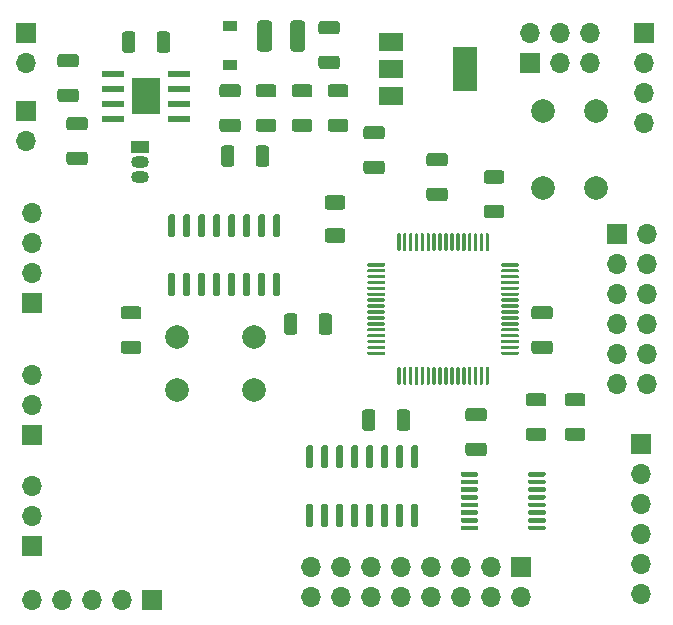
<source format=gbr>
%TF.GenerationSoftware,KiCad,Pcbnew,5.1.10-88a1d61d58~90~ubuntu21.04.1*%
%TF.CreationDate,2021-08-24T17:57:03+02:00*%
%TF.ProjectId,hendrik,68656e64-7269-46b2-9e6b-696361645f70,rev?*%
%TF.SameCoordinates,Original*%
%TF.FileFunction,Soldermask,Top*%
%TF.FilePolarity,Negative*%
%FSLAX46Y46*%
G04 Gerber Fmt 4.6, Leading zero omitted, Abs format (unit mm)*
G04 Created by KiCad (PCBNEW 5.1.10-88a1d61d58~90~ubuntu21.04.1) date 2021-08-24 17:57:03*
%MOMM*%
%LPD*%
G01*
G04 APERTURE LIST*
%ADD10O,1.700000X1.700000*%
%ADD11R,1.700000X1.700000*%
%ADD12C,2.000000*%
%ADD13R,1.500000X1.050000*%
%ADD14O,1.500000X1.050000*%
%ADD15R,2.000000X1.500000*%
%ADD16R,2.000000X3.800000*%
%ADD17R,1.205000X1.550000*%
%ADD18R,1.910000X0.610000*%
%ADD19R,1.200000X0.900000*%
G04 APERTURE END LIST*
%TO.C,C6*%
G36*
G01*
X155813999Y-91070000D02*
X157114001Y-91070000D01*
G75*
G02*
X157364000Y-91319999I0J-249999D01*
G01*
X157364000Y-91970001D01*
G75*
G02*
X157114001Y-92220000I-249999J0D01*
G01*
X155813999Y-92220000D01*
G75*
G02*
X155564000Y-91970001I0J249999D01*
G01*
X155564000Y-91319999D01*
G75*
G02*
X155813999Y-91070000I249999J0D01*
G01*
G37*
G36*
G01*
X155813999Y-88120000D02*
X157114001Y-88120000D01*
G75*
G02*
X157364000Y-88369999I0J-249999D01*
G01*
X157364000Y-89020001D01*
G75*
G02*
X157114001Y-89270000I-249999J0D01*
G01*
X155813999Y-89270000D01*
G75*
G02*
X155564000Y-89020001I0J249999D01*
G01*
X155564000Y-88369999D01*
G75*
G02*
X155813999Y-88120000I249999J0D01*
G01*
G37*
%TD*%
D10*
%TO.C,Jult1*%
X136906000Y-112776000D03*
X136906000Y-110236000D03*
X139446000Y-112776000D03*
X139446000Y-110236000D03*
X141986000Y-112776000D03*
X141986000Y-110236000D03*
X144526000Y-112776000D03*
X144526000Y-110236000D03*
X147066000Y-112776000D03*
X147066000Y-110236000D03*
X149606000Y-112776000D03*
X149606000Y-110236000D03*
X152146000Y-112776000D03*
X152146000Y-110236000D03*
X154686000Y-112776000D03*
D11*
X154686000Y-110236000D03*
%TD*%
D10*
%TO.C,Jpwm2*%
X113284000Y-103378000D03*
X113284000Y-105918000D03*
D11*
X113284000Y-108458000D03*
%TD*%
D10*
%TO.C,Jpwm1*%
X113284000Y-93980000D03*
X113284000Y-96520000D03*
D11*
X113284000Y-99060000D03*
%TD*%
%TO.C,C4*%
G36*
G01*
X146923999Y-78116000D02*
X148224001Y-78116000D01*
G75*
G02*
X148474000Y-78365999I0J-249999D01*
G01*
X148474000Y-79016001D01*
G75*
G02*
X148224001Y-79266000I-249999J0D01*
G01*
X146923999Y-79266000D01*
G75*
G02*
X146674000Y-79016001I0J249999D01*
G01*
X146674000Y-78365999D01*
G75*
G02*
X146923999Y-78116000I249999J0D01*
G01*
G37*
G36*
G01*
X146923999Y-75166000D02*
X148224001Y-75166000D01*
G75*
G02*
X148474000Y-75415999I0J-249999D01*
G01*
X148474000Y-76066001D01*
G75*
G02*
X148224001Y-76316000I-249999J0D01*
G01*
X146923999Y-76316000D01*
G75*
G02*
X146674000Y-76066001I0J249999D01*
G01*
X146674000Y-75415999D01*
G75*
G02*
X146923999Y-75166000I249999J0D01*
G01*
G37*
%TD*%
D12*
%TO.C,START*%
X161036000Y-78128000D03*
X156536000Y-78128000D03*
X161036000Y-71628000D03*
X156536000Y-71628000D03*
%TD*%
%TO.C,RESET*%
X125580000Y-95250000D03*
X125580000Y-90750000D03*
X132080000Y-95250000D03*
X132080000Y-90750000D03*
%TD*%
%TO.C,Ro2*%
G36*
G01*
X136769001Y-70474000D02*
X135518999Y-70474000D01*
G75*
G02*
X135269000Y-70224001I0J249999D01*
G01*
X135269000Y-69598999D01*
G75*
G02*
X135518999Y-69349000I249999J0D01*
G01*
X136769001Y-69349000D01*
G75*
G02*
X137019000Y-69598999I0J-249999D01*
G01*
X137019000Y-70224001D01*
G75*
G02*
X136769001Y-70474000I-249999J0D01*
G01*
G37*
G36*
G01*
X136769001Y-73399000D02*
X135518999Y-73399000D01*
G75*
G02*
X135269000Y-73149001I0J249999D01*
G01*
X135269000Y-72523999D01*
G75*
G02*
X135518999Y-72274000I249999J0D01*
G01*
X136769001Y-72274000D01*
G75*
G02*
X137019000Y-72523999I0J-249999D01*
G01*
X137019000Y-73149001D01*
G75*
G02*
X136769001Y-73399000I-249999J0D01*
G01*
G37*
%TD*%
%TO.C,Ro1*%
G36*
G01*
X138566999Y-72274000D02*
X139817001Y-72274000D01*
G75*
G02*
X140067000Y-72523999I0J-249999D01*
G01*
X140067000Y-73149001D01*
G75*
G02*
X139817001Y-73399000I-249999J0D01*
G01*
X138566999Y-73399000D01*
G75*
G02*
X138317000Y-73149001I0J249999D01*
G01*
X138317000Y-72523999D01*
G75*
G02*
X138566999Y-72274000I249999J0D01*
G01*
G37*
G36*
G01*
X138566999Y-69349000D02*
X139817001Y-69349000D01*
G75*
G02*
X140067000Y-69598999I0J-249999D01*
G01*
X140067000Y-70224001D01*
G75*
G02*
X139817001Y-70474000I-249999J0D01*
G01*
X138566999Y-70474000D01*
G75*
G02*
X138317000Y-70224001I0J249999D01*
G01*
X138317000Y-69598999D01*
G75*
G02*
X138566999Y-69349000I249999J0D01*
G01*
G37*
%TD*%
%TO.C,R5*%
G36*
G01*
X155330999Y-98436000D02*
X156581001Y-98436000D01*
G75*
G02*
X156831000Y-98685999I0J-249999D01*
G01*
X156831000Y-99311001D01*
G75*
G02*
X156581001Y-99561000I-249999J0D01*
G01*
X155330999Y-99561000D01*
G75*
G02*
X155081000Y-99311001I0J249999D01*
G01*
X155081000Y-98685999D01*
G75*
G02*
X155330999Y-98436000I249999J0D01*
G01*
G37*
G36*
G01*
X155330999Y-95511000D02*
X156581001Y-95511000D01*
G75*
G02*
X156831000Y-95760999I0J-249999D01*
G01*
X156831000Y-96386001D01*
G75*
G02*
X156581001Y-96636000I-249999J0D01*
G01*
X155330999Y-96636000D01*
G75*
G02*
X155081000Y-96386001I0J249999D01*
G01*
X155081000Y-95760999D01*
G75*
G02*
X155330999Y-95511000I249999J0D01*
G01*
G37*
%TD*%
%TO.C,R4*%
G36*
G01*
X158632999Y-98436000D02*
X159883001Y-98436000D01*
G75*
G02*
X160133000Y-98685999I0J-249999D01*
G01*
X160133000Y-99311001D01*
G75*
G02*
X159883001Y-99561000I-249999J0D01*
G01*
X158632999Y-99561000D01*
G75*
G02*
X158383000Y-99311001I0J249999D01*
G01*
X158383000Y-98685999D01*
G75*
G02*
X158632999Y-98436000I249999J0D01*
G01*
G37*
G36*
G01*
X158632999Y-95511000D02*
X159883001Y-95511000D01*
G75*
G02*
X160133000Y-95760999I0J-249999D01*
G01*
X160133000Y-96386001D01*
G75*
G02*
X159883001Y-96636000I-249999J0D01*
G01*
X158632999Y-96636000D01*
G75*
G02*
X158383000Y-96386001I0J249999D01*
G01*
X158383000Y-95760999D01*
G75*
G02*
X158632999Y-95511000I249999J0D01*
G01*
G37*
%TD*%
%TO.C,R3*%
G36*
G01*
X133721001Y-70474000D02*
X132470999Y-70474000D01*
G75*
G02*
X132221000Y-70224001I0J249999D01*
G01*
X132221000Y-69598999D01*
G75*
G02*
X132470999Y-69349000I249999J0D01*
G01*
X133721001Y-69349000D01*
G75*
G02*
X133971000Y-69598999I0J-249999D01*
G01*
X133971000Y-70224001D01*
G75*
G02*
X133721001Y-70474000I-249999J0D01*
G01*
G37*
G36*
G01*
X133721001Y-73399000D02*
X132470999Y-73399000D01*
G75*
G02*
X132221000Y-73149001I0J249999D01*
G01*
X132221000Y-72523999D01*
G75*
G02*
X132470999Y-72274000I249999J0D01*
G01*
X133721001Y-72274000D01*
G75*
G02*
X133971000Y-72523999I0J-249999D01*
G01*
X133971000Y-73149001D01*
G75*
G02*
X133721001Y-73399000I-249999J0D01*
G01*
G37*
%TD*%
%TO.C,R2*%
G36*
G01*
X151774999Y-79578500D02*
X153025001Y-79578500D01*
G75*
G02*
X153275000Y-79828499I0J-249999D01*
G01*
X153275000Y-80453501D01*
G75*
G02*
X153025001Y-80703500I-249999J0D01*
G01*
X151774999Y-80703500D01*
G75*
G02*
X151525000Y-80453501I0J249999D01*
G01*
X151525000Y-79828499D01*
G75*
G02*
X151774999Y-79578500I249999J0D01*
G01*
G37*
G36*
G01*
X151774999Y-76653500D02*
X153025001Y-76653500D01*
G75*
G02*
X153275000Y-76903499I0J-249999D01*
G01*
X153275000Y-77528501D01*
G75*
G02*
X153025001Y-77778500I-249999J0D01*
G01*
X151774999Y-77778500D01*
G75*
G02*
X151525000Y-77528501I0J249999D01*
G01*
X151525000Y-76903499D01*
G75*
G02*
X151774999Y-76653500I249999J0D01*
G01*
G37*
%TD*%
%TO.C,R1*%
G36*
G01*
X121040999Y-91070000D02*
X122291001Y-91070000D01*
G75*
G02*
X122541000Y-91319999I0J-249999D01*
G01*
X122541000Y-91945001D01*
G75*
G02*
X122291001Y-92195000I-249999J0D01*
G01*
X121040999Y-92195000D01*
G75*
G02*
X120791000Y-91945001I0J249999D01*
G01*
X120791000Y-91319999D01*
G75*
G02*
X121040999Y-91070000I249999J0D01*
G01*
G37*
G36*
G01*
X121040999Y-88145000D02*
X122291001Y-88145000D01*
G75*
G02*
X122541000Y-88394999I0J-249999D01*
G01*
X122541000Y-89020001D01*
G75*
G02*
X122291001Y-89270000I-249999J0D01*
G01*
X121040999Y-89270000D01*
G75*
G02*
X120791000Y-89020001I0J249999D01*
G01*
X120791000Y-88394999D01*
G75*
G02*
X121040999Y-88145000I249999J0D01*
G01*
G37*
%TD*%
D13*
%TO.C,Q1*%
X122428000Y-74676000D03*
D14*
X122428000Y-77216000D03*
X122428000Y-75946000D03*
%TD*%
%TO.C,Lo1*%
G36*
G01*
X135141000Y-66353000D02*
X135141000Y-64203000D01*
G75*
G02*
X135391000Y-63953000I250000J0D01*
G01*
X136141000Y-63953000D01*
G75*
G02*
X136391000Y-64203000I0J-250000D01*
G01*
X136391000Y-66353000D01*
G75*
G02*
X136141000Y-66603000I-250000J0D01*
G01*
X135391000Y-66603000D01*
G75*
G02*
X135141000Y-66353000I0J250000D01*
G01*
G37*
G36*
G01*
X132341000Y-66353000D02*
X132341000Y-64203000D01*
G75*
G02*
X132591000Y-63953000I250000J0D01*
G01*
X133341000Y-63953000D01*
G75*
G02*
X133591000Y-64203000I0J-250000D01*
G01*
X133591000Y-66353000D01*
G75*
G02*
X133341000Y-66603000I-250000J0D01*
G01*
X132591000Y-66603000D01*
G75*
G02*
X132341000Y-66353000I0J250000D01*
G01*
G37*
%TD*%
D10*
%TO.C,Jvac1*%
X112776000Y-74168000D03*
D11*
X112776000Y-71628000D03*
%TD*%
D10*
%TO.C,Juart1*%
X165100000Y-72644000D03*
X165100000Y-70104000D03*
X165100000Y-67564000D03*
D11*
X165100000Y-65024000D03*
%TD*%
D10*
%TO.C,Jpow1*%
X112776000Y-67564000D03*
D11*
X112776000Y-65024000D03*
%TD*%
D10*
%TO.C,Jodo1*%
X160528000Y-65024000D03*
X160528000Y-67564000D03*
X157988000Y-65024000D03*
X157988000Y-67564000D03*
X155448000Y-65024000D03*
D11*
X155448000Y-67564000D03*
%TD*%
D10*
%TO.C,Jir1*%
X165354000Y-94742000D03*
X162814000Y-94742000D03*
X165354000Y-92202000D03*
X162814000Y-92202000D03*
X165354000Y-89662000D03*
X162814000Y-89662000D03*
X165354000Y-87122000D03*
X162814000Y-87122000D03*
X165354000Y-84582000D03*
X162814000Y-84582000D03*
X165354000Y-82042000D03*
D11*
X162814000Y-82042000D03*
%TD*%
D10*
%TO.C,Ji2c1*%
X164846000Y-112522000D03*
X164846000Y-109982000D03*
X164846000Y-107442000D03*
X164846000Y-104902000D03*
X164846000Y-102362000D03*
D11*
X164846000Y-99822000D03*
%TD*%
D10*
%TO.C,Jdbg1*%
X113284000Y-113030000D03*
X115824000Y-113030000D03*
X118364000Y-113030000D03*
X120904000Y-113030000D03*
D11*
X123444000Y-113030000D03*
%TD*%
D10*
%TO.C,Jbat1*%
X113284000Y-80264000D03*
X113284000Y-82804000D03*
X113284000Y-85344000D03*
D11*
X113284000Y-87884000D03*
%TD*%
%TO.C,ICtrig1*%
G36*
G01*
X155287000Y-102473000D02*
X155287000Y-102273000D01*
G75*
G02*
X155387000Y-102173000I100000J0D01*
G01*
X156662000Y-102173000D01*
G75*
G02*
X156762000Y-102273000I0J-100000D01*
G01*
X156762000Y-102473000D01*
G75*
G02*
X156662000Y-102573000I-100000J0D01*
G01*
X155387000Y-102573000D01*
G75*
G02*
X155287000Y-102473000I0J100000D01*
G01*
G37*
G36*
G01*
X155287000Y-103123000D02*
X155287000Y-102923000D01*
G75*
G02*
X155387000Y-102823000I100000J0D01*
G01*
X156662000Y-102823000D01*
G75*
G02*
X156762000Y-102923000I0J-100000D01*
G01*
X156762000Y-103123000D01*
G75*
G02*
X156662000Y-103223000I-100000J0D01*
G01*
X155387000Y-103223000D01*
G75*
G02*
X155287000Y-103123000I0J100000D01*
G01*
G37*
G36*
G01*
X155287000Y-103773000D02*
X155287000Y-103573000D01*
G75*
G02*
X155387000Y-103473000I100000J0D01*
G01*
X156662000Y-103473000D01*
G75*
G02*
X156762000Y-103573000I0J-100000D01*
G01*
X156762000Y-103773000D01*
G75*
G02*
X156662000Y-103873000I-100000J0D01*
G01*
X155387000Y-103873000D01*
G75*
G02*
X155287000Y-103773000I0J100000D01*
G01*
G37*
G36*
G01*
X155287000Y-104423000D02*
X155287000Y-104223000D01*
G75*
G02*
X155387000Y-104123000I100000J0D01*
G01*
X156662000Y-104123000D01*
G75*
G02*
X156762000Y-104223000I0J-100000D01*
G01*
X156762000Y-104423000D01*
G75*
G02*
X156662000Y-104523000I-100000J0D01*
G01*
X155387000Y-104523000D01*
G75*
G02*
X155287000Y-104423000I0J100000D01*
G01*
G37*
G36*
G01*
X155287000Y-105073000D02*
X155287000Y-104873000D01*
G75*
G02*
X155387000Y-104773000I100000J0D01*
G01*
X156662000Y-104773000D01*
G75*
G02*
X156762000Y-104873000I0J-100000D01*
G01*
X156762000Y-105073000D01*
G75*
G02*
X156662000Y-105173000I-100000J0D01*
G01*
X155387000Y-105173000D01*
G75*
G02*
X155287000Y-105073000I0J100000D01*
G01*
G37*
G36*
G01*
X155287000Y-105723000D02*
X155287000Y-105523000D01*
G75*
G02*
X155387000Y-105423000I100000J0D01*
G01*
X156662000Y-105423000D01*
G75*
G02*
X156762000Y-105523000I0J-100000D01*
G01*
X156762000Y-105723000D01*
G75*
G02*
X156662000Y-105823000I-100000J0D01*
G01*
X155387000Y-105823000D01*
G75*
G02*
X155287000Y-105723000I0J100000D01*
G01*
G37*
G36*
G01*
X155287000Y-106373000D02*
X155287000Y-106173000D01*
G75*
G02*
X155387000Y-106073000I100000J0D01*
G01*
X156662000Y-106073000D01*
G75*
G02*
X156762000Y-106173000I0J-100000D01*
G01*
X156762000Y-106373000D01*
G75*
G02*
X156662000Y-106473000I-100000J0D01*
G01*
X155387000Y-106473000D01*
G75*
G02*
X155287000Y-106373000I0J100000D01*
G01*
G37*
G36*
G01*
X155287000Y-107023000D02*
X155287000Y-106823000D01*
G75*
G02*
X155387000Y-106723000I100000J0D01*
G01*
X156662000Y-106723000D01*
G75*
G02*
X156762000Y-106823000I0J-100000D01*
G01*
X156762000Y-107023000D01*
G75*
G02*
X156662000Y-107123000I-100000J0D01*
G01*
X155387000Y-107123000D01*
G75*
G02*
X155287000Y-107023000I0J100000D01*
G01*
G37*
G36*
G01*
X149562000Y-107023000D02*
X149562000Y-106823000D01*
G75*
G02*
X149662000Y-106723000I100000J0D01*
G01*
X150937000Y-106723000D01*
G75*
G02*
X151037000Y-106823000I0J-100000D01*
G01*
X151037000Y-107023000D01*
G75*
G02*
X150937000Y-107123000I-100000J0D01*
G01*
X149662000Y-107123000D01*
G75*
G02*
X149562000Y-107023000I0J100000D01*
G01*
G37*
G36*
G01*
X149562000Y-106373000D02*
X149562000Y-106173000D01*
G75*
G02*
X149662000Y-106073000I100000J0D01*
G01*
X150937000Y-106073000D01*
G75*
G02*
X151037000Y-106173000I0J-100000D01*
G01*
X151037000Y-106373000D01*
G75*
G02*
X150937000Y-106473000I-100000J0D01*
G01*
X149662000Y-106473000D01*
G75*
G02*
X149562000Y-106373000I0J100000D01*
G01*
G37*
G36*
G01*
X149562000Y-105723000D02*
X149562000Y-105523000D01*
G75*
G02*
X149662000Y-105423000I100000J0D01*
G01*
X150937000Y-105423000D01*
G75*
G02*
X151037000Y-105523000I0J-100000D01*
G01*
X151037000Y-105723000D01*
G75*
G02*
X150937000Y-105823000I-100000J0D01*
G01*
X149662000Y-105823000D01*
G75*
G02*
X149562000Y-105723000I0J100000D01*
G01*
G37*
G36*
G01*
X149562000Y-105073000D02*
X149562000Y-104873000D01*
G75*
G02*
X149662000Y-104773000I100000J0D01*
G01*
X150937000Y-104773000D01*
G75*
G02*
X151037000Y-104873000I0J-100000D01*
G01*
X151037000Y-105073000D01*
G75*
G02*
X150937000Y-105173000I-100000J0D01*
G01*
X149662000Y-105173000D01*
G75*
G02*
X149562000Y-105073000I0J100000D01*
G01*
G37*
G36*
G01*
X149562000Y-104423000D02*
X149562000Y-104223000D01*
G75*
G02*
X149662000Y-104123000I100000J0D01*
G01*
X150937000Y-104123000D01*
G75*
G02*
X151037000Y-104223000I0J-100000D01*
G01*
X151037000Y-104423000D01*
G75*
G02*
X150937000Y-104523000I-100000J0D01*
G01*
X149662000Y-104523000D01*
G75*
G02*
X149562000Y-104423000I0J100000D01*
G01*
G37*
G36*
G01*
X149562000Y-103773000D02*
X149562000Y-103573000D01*
G75*
G02*
X149662000Y-103473000I100000J0D01*
G01*
X150937000Y-103473000D01*
G75*
G02*
X151037000Y-103573000I0J-100000D01*
G01*
X151037000Y-103773000D01*
G75*
G02*
X150937000Y-103873000I-100000J0D01*
G01*
X149662000Y-103873000D01*
G75*
G02*
X149562000Y-103773000I0J100000D01*
G01*
G37*
G36*
G01*
X149562000Y-103123000D02*
X149562000Y-102923000D01*
G75*
G02*
X149662000Y-102823000I100000J0D01*
G01*
X150937000Y-102823000D01*
G75*
G02*
X151037000Y-102923000I0J-100000D01*
G01*
X151037000Y-103123000D01*
G75*
G02*
X150937000Y-103223000I-100000J0D01*
G01*
X149662000Y-103223000D01*
G75*
G02*
X149562000Y-103123000I0J100000D01*
G01*
G37*
G36*
G01*
X149562000Y-102473000D02*
X149562000Y-102273000D01*
G75*
G02*
X149662000Y-102173000I100000J0D01*
G01*
X150937000Y-102173000D01*
G75*
G02*
X151037000Y-102273000I0J-100000D01*
G01*
X151037000Y-102473000D01*
G75*
G02*
X150937000Y-102573000I-100000J0D01*
G01*
X149662000Y-102573000D01*
G75*
G02*
X149562000Y-102473000I0J100000D01*
G01*
G37*
%TD*%
%TO.C,ICecho1*%
G36*
G01*
X136929000Y-101878000D02*
X136629000Y-101878000D01*
G75*
G02*
X136479000Y-101728000I0J150000D01*
G01*
X136479000Y-100078000D01*
G75*
G02*
X136629000Y-99928000I150000J0D01*
G01*
X136929000Y-99928000D01*
G75*
G02*
X137079000Y-100078000I0J-150000D01*
G01*
X137079000Y-101728000D01*
G75*
G02*
X136929000Y-101878000I-150000J0D01*
G01*
G37*
G36*
G01*
X138199000Y-101878000D02*
X137899000Y-101878000D01*
G75*
G02*
X137749000Y-101728000I0J150000D01*
G01*
X137749000Y-100078000D01*
G75*
G02*
X137899000Y-99928000I150000J0D01*
G01*
X138199000Y-99928000D01*
G75*
G02*
X138349000Y-100078000I0J-150000D01*
G01*
X138349000Y-101728000D01*
G75*
G02*
X138199000Y-101878000I-150000J0D01*
G01*
G37*
G36*
G01*
X139469000Y-101878000D02*
X139169000Y-101878000D01*
G75*
G02*
X139019000Y-101728000I0J150000D01*
G01*
X139019000Y-100078000D01*
G75*
G02*
X139169000Y-99928000I150000J0D01*
G01*
X139469000Y-99928000D01*
G75*
G02*
X139619000Y-100078000I0J-150000D01*
G01*
X139619000Y-101728000D01*
G75*
G02*
X139469000Y-101878000I-150000J0D01*
G01*
G37*
G36*
G01*
X140739000Y-101878000D02*
X140439000Y-101878000D01*
G75*
G02*
X140289000Y-101728000I0J150000D01*
G01*
X140289000Y-100078000D01*
G75*
G02*
X140439000Y-99928000I150000J0D01*
G01*
X140739000Y-99928000D01*
G75*
G02*
X140889000Y-100078000I0J-150000D01*
G01*
X140889000Y-101728000D01*
G75*
G02*
X140739000Y-101878000I-150000J0D01*
G01*
G37*
G36*
G01*
X142009000Y-101878000D02*
X141709000Y-101878000D01*
G75*
G02*
X141559000Y-101728000I0J150000D01*
G01*
X141559000Y-100078000D01*
G75*
G02*
X141709000Y-99928000I150000J0D01*
G01*
X142009000Y-99928000D01*
G75*
G02*
X142159000Y-100078000I0J-150000D01*
G01*
X142159000Y-101728000D01*
G75*
G02*
X142009000Y-101878000I-150000J0D01*
G01*
G37*
G36*
G01*
X143279000Y-101878000D02*
X142979000Y-101878000D01*
G75*
G02*
X142829000Y-101728000I0J150000D01*
G01*
X142829000Y-100078000D01*
G75*
G02*
X142979000Y-99928000I150000J0D01*
G01*
X143279000Y-99928000D01*
G75*
G02*
X143429000Y-100078000I0J-150000D01*
G01*
X143429000Y-101728000D01*
G75*
G02*
X143279000Y-101878000I-150000J0D01*
G01*
G37*
G36*
G01*
X144549000Y-101878000D02*
X144249000Y-101878000D01*
G75*
G02*
X144099000Y-101728000I0J150000D01*
G01*
X144099000Y-100078000D01*
G75*
G02*
X144249000Y-99928000I150000J0D01*
G01*
X144549000Y-99928000D01*
G75*
G02*
X144699000Y-100078000I0J-150000D01*
G01*
X144699000Y-101728000D01*
G75*
G02*
X144549000Y-101878000I-150000J0D01*
G01*
G37*
G36*
G01*
X145819000Y-101878000D02*
X145519000Y-101878000D01*
G75*
G02*
X145369000Y-101728000I0J150000D01*
G01*
X145369000Y-100078000D01*
G75*
G02*
X145519000Y-99928000I150000J0D01*
G01*
X145819000Y-99928000D01*
G75*
G02*
X145969000Y-100078000I0J-150000D01*
G01*
X145969000Y-101728000D01*
G75*
G02*
X145819000Y-101878000I-150000J0D01*
G01*
G37*
G36*
G01*
X145819000Y-106828000D02*
X145519000Y-106828000D01*
G75*
G02*
X145369000Y-106678000I0J150000D01*
G01*
X145369000Y-105028000D01*
G75*
G02*
X145519000Y-104878000I150000J0D01*
G01*
X145819000Y-104878000D01*
G75*
G02*
X145969000Y-105028000I0J-150000D01*
G01*
X145969000Y-106678000D01*
G75*
G02*
X145819000Y-106828000I-150000J0D01*
G01*
G37*
G36*
G01*
X144549000Y-106828000D02*
X144249000Y-106828000D01*
G75*
G02*
X144099000Y-106678000I0J150000D01*
G01*
X144099000Y-105028000D01*
G75*
G02*
X144249000Y-104878000I150000J0D01*
G01*
X144549000Y-104878000D01*
G75*
G02*
X144699000Y-105028000I0J-150000D01*
G01*
X144699000Y-106678000D01*
G75*
G02*
X144549000Y-106828000I-150000J0D01*
G01*
G37*
G36*
G01*
X143279000Y-106828000D02*
X142979000Y-106828000D01*
G75*
G02*
X142829000Y-106678000I0J150000D01*
G01*
X142829000Y-105028000D01*
G75*
G02*
X142979000Y-104878000I150000J0D01*
G01*
X143279000Y-104878000D01*
G75*
G02*
X143429000Y-105028000I0J-150000D01*
G01*
X143429000Y-106678000D01*
G75*
G02*
X143279000Y-106828000I-150000J0D01*
G01*
G37*
G36*
G01*
X142009000Y-106828000D02*
X141709000Y-106828000D01*
G75*
G02*
X141559000Y-106678000I0J150000D01*
G01*
X141559000Y-105028000D01*
G75*
G02*
X141709000Y-104878000I150000J0D01*
G01*
X142009000Y-104878000D01*
G75*
G02*
X142159000Y-105028000I0J-150000D01*
G01*
X142159000Y-106678000D01*
G75*
G02*
X142009000Y-106828000I-150000J0D01*
G01*
G37*
G36*
G01*
X140739000Y-106828000D02*
X140439000Y-106828000D01*
G75*
G02*
X140289000Y-106678000I0J150000D01*
G01*
X140289000Y-105028000D01*
G75*
G02*
X140439000Y-104878000I150000J0D01*
G01*
X140739000Y-104878000D01*
G75*
G02*
X140889000Y-105028000I0J-150000D01*
G01*
X140889000Y-106678000D01*
G75*
G02*
X140739000Y-106828000I-150000J0D01*
G01*
G37*
G36*
G01*
X139469000Y-106828000D02*
X139169000Y-106828000D01*
G75*
G02*
X139019000Y-106678000I0J150000D01*
G01*
X139019000Y-105028000D01*
G75*
G02*
X139169000Y-104878000I150000J0D01*
G01*
X139469000Y-104878000D01*
G75*
G02*
X139619000Y-105028000I0J-150000D01*
G01*
X139619000Y-106678000D01*
G75*
G02*
X139469000Y-106828000I-150000J0D01*
G01*
G37*
G36*
G01*
X138199000Y-106828000D02*
X137899000Y-106828000D01*
G75*
G02*
X137749000Y-106678000I0J150000D01*
G01*
X137749000Y-105028000D01*
G75*
G02*
X137899000Y-104878000I150000J0D01*
G01*
X138199000Y-104878000D01*
G75*
G02*
X138349000Y-105028000I0J-150000D01*
G01*
X138349000Y-106678000D01*
G75*
G02*
X138199000Y-106828000I-150000J0D01*
G01*
G37*
G36*
G01*
X136929000Y-106828000D02*
X136629000Y-106828000D01*
G75*
G02*
X136479000Y-106678000I0J150000D01*
G01*
X136479000Y-105028000D01*
G75*
G02*
X136629000Y-104878000I150000J0D01*
G01*
X136929000Y-104878000D01*
G75*
G02*
X137079000Y-105028000I0J-150000D01*
G01*
X137079000Y-106678000D01*
G75*
G02*
X136929000Y-106828000I-150000J0D01*
G01*
G37*
%TD*%
%TO.C,ICbat1*%
G36*
G01*
X133835000Y-85320000D02*
X134135000Y-85320000D01*
G75*
G02*
X134285000Y-85470000I0J-150000D01*
G01*
X134285000Y-87120000D01*
G75*
G02*
X134135000Y-87270000I-150000J0D01*
G01*
X133835000Y-87270000D01*
G75*
G02*
X133685000Y-87120000I0J150000D01*
G01*
X133685000Y-85470000D01*
G75*
G02*
X133835000Y-85320000I150000J0D01*
G01*
G37*
G36*
G01*
X132565000Y-85320000D02*
X132865000Y-85320000D01*
G75*
G02*
X133015000Y-85470000I0J-150000D01*
G01*
X133015000Y-87120000D01*
G75*
G02*
X132865000Y-87270000I-150000J0D01*
G01*
X132565000Y-87270000D01*
G75*
G02*
X132415000Y-87120000I0J150000D01*
G01*
X132415000Y-85470000D01*
G75*
G02*
X132565000Y-85320000I150000J0D01*
G01*
G37*
G36*
G01*
X131295000Y-85320000D02*
X131595000Y-85320000D01*
G75*
G02*
X131745000Y-85470000I0J-150000D01*
G01*
X131745000Y-87120000D01*
G75*
G02*
X131595000Y-87270000I-150000J0D01*
G01*
X131295000Y-87270000D01*
G75*
G02*
X131145000Y-87120000I0J150000D01*
G01*
X131145000Y-85470000D01*
G75*
G02*
X131295000Y-85320000I150000J0D01*
G01*
G37*
G36*
G01*
X130025000Y-85320000D02*
X130325000Y-85320000D01*
G75*
G02*
X130475000Y-85470000I0J-150000D01*
G01*
X130475000Y-87120000D01*
G75*
G02*
X130325000Y-87270000I-150000J0D01*
G01*
X130025000Y-87270000D01*
G75*
G02*
X129875000Y-87120000I0J150000D01*
G01*
X129875000Y-85470000D01*
G75*
G02*
X130025000Y-85320000I150000J0D01*
G01*
G37*
G36*
G01*
X128755000Y-85320000D02*
X129055000Y-85320000D01*
G75*
G02*
X129205000Y-85470000I0J-150000D01*
G01*
X129205000Y-87120000D01*
G75*
G02*
X129055000Y-87270000I-150000J0D01*
G01*
X128755000Y-87270000D01*
G75*
G02*
X128605000Y-87120000I0J150000D01*
G01*
X128605000Y-85470000D01*
G75*
G02*
X128755000Y-85320000I150000J0D01*
G01*
G37*
G36*
G01*
X127485000Y-85320000D02*
X127785000Y-85320000D01*
G75*
G02*
X127935000Y-85470000I0J-150000D01*
G01*
X127935000Y-87120000D01*
G75*
G02*
X127785000Y-87270000I-150000J0D01*
G01*
X127485000Y-87270000D01*
G75*
G02*
X127335000Y-87120000I0J150000D01*
G01*
X127335000Y-85470000D01*
G75*
G02*
X127485000Y-85320000I150000J0D01*
G01*
G37*
G36*
G01*
X126215000Y-85320000D02*
X126515000Y-85320000D01*
G75*
G02*
X126665000Y-85470000I0J-150000D01*
G01*
X126665000Y-87120000D01*
G75*
G02*
X126515000Y-87270000I-150000J0D01*
G01*
X126215000Y-87270000D01*
G75*
G02*
X126065000Y-87120000I0J150000D01*
G01*
X126065000Y-85470000D01*
G75*
G02*
X126215000Y-85320000I150000J0D01*
G01*
G37*
G36*
G01*
X124945000Y-85320000D02*
X125245000Y-85320000D01*
G75*
G02*
X125395000Y-85470000I0J-150000D01*
G01*
X125395000Y-87120000D01*
G75*
G02*
X125245000Y-87270000I-150000J0D01*
G01*
X124945000Y-87270000D01*
G75*
G02*
X124795000Y-87120000I0J150000D01*
G01*
X124795000Y-85470000D01*
G75*
G02*
X124945000Y-85320000I150000J0D01*
G01*
G37*
G36*
G01*
X124945000Y-80370000D02*
X125245000Y-80370000D01*
G75*
G02*
X125395000Y-80520000I0J-150000D01*
G01*
X125395000Y-82170000D01*
G75*
G02*
X125245000Y-82320000I-150000J0D01*
G01*
X124945000Y-82320000D01*
G75*
G02*
X124795000Y-82170000I0J150000D01*
G01*
X124795000Y-80520000D01*
G75*
G02*
X124945000Y-80370000I150000J0D01*
G01*
G37*
G36*
G01*
X126215000Y-80370000D02*
X126515000Y-80370000D01*
G75*
G02*
X126665000Y-80520000I0J-150000D01*
G01*
X126665000Y-82170000D01*
G75*
G02*
X126515000Y-82320000I-150000J0D01*
G01*
X126215000Y-82320000D01*
G75*
G02*
X126065000Y-82170000I0J150000D01*
G01*
X126065000Y-80520000D01*
G75*
G02*
X126215000Y-80370000I150000J0D01*
G01*
G37*
G36*
G01*
X127485000Y-80370000D02*
X127785000Y-80370000D01*
G75*
G02*
X127935000Y-80520000I0J-150000D01*
G01*
X127935000Y-82170000D01*
G75*
G02*
X127785000Y-82320000I-150000J0D01*
G01*
X127485000Y-82320000D01*
G75*
G02*
X127335000Y-82170000I0J150000D01*
G01*
X127335000Y-80520000D01*
G75*
G02*
X127485000Y-80370000I150000J0D01*
G01*
G37*
G36*
G01*
X128755000Y-80370000D02*
X129055000Y-80370000D01*
G75*
G02*
X129205000Y-80520000I0J-150000D01*
G01*
X129205000Y-82170000D01*
G75*
G02*
X129055000Y-82320000I-150000J0D01*
G01*
X128755000Y-82320000D01*
G75*
G02*
X128605000Y-82170000I0J150000D01*
G01*
X128605000Y-80520000D01*
G75*
G02*
X128755000Y-80370000I150000J0D01*
G01*
G37*
G36*
G01*
X130025000Y-80370000D02*
X130325000Y-80370000D01*
G75*
G02*
X130475000Y-80520000I0J-150000D01*
G01*
X130475000Y-82170000D01*
G75*
G02*
X130325000Y-82320000I-150000J0D01*
G01*
X130025000Y-82320000D01*
G75*
G02*
X129875000Y-82170000I0J150000D01*
G01*
X129875000Y-80520000D01*
G75*
G02*
X130025000Y-80370000I150000J0D01*
G01*
G37*
G36*
G01*
X131295000Y-80370000D02*
X131595000Y-80370000D01*
G75*
G02*
X131745000Y-80520000I0J-150000D01*
G01*
X131745000Y-82170000D01*
G75*
G02*
X131595000Y-82320000I-150000J0D01*
G01*
X131295000Y-82320000D01*
G75*
G02*
X131145000Y-82170000I0J150000D01*
G01*
X131145000Y-80520000D01*
G75*
G02*
X131295000Y-80370000I150000J0D01*
G01*
G37*
G36*
G01*
X132565000Y-80370000D02*
X132865000Y-80370000D01*
G75*
G02*
X133015000Y-80520000I0J-150000D01*
G01*
X133015000Y-82170000D01*
G75*
G02*
X132865000Y-82320000I-150000J0D01*
G01*
X132565000Y-82320000D01*
G75*
G02*
X132415000Y-82170000I0J150000D01*
G01*
X132415000Y-80520000D01*
G75*
G02*
X132565000Y-80370000I150000J0D01*
G01*
G37*
G36*
G01*
X133835000Y-80370000D02*
X134135000Y-80370000D01*
G75*
G02*
X134285000Y-80520000I0J-150000D01*
G01*
X134285000Y-82170000D01*
G75*
G02*
X134135000Y-82320000I-150000J0D01*
G01*
X133835000Y-82320000D01*
G75*
G02*
X133685000Y-82170000I0J150000D01*
G01*
X133685000Y-80520000D01*
G75*
G02*
X133835000Y-80370000I150000J0D01*
G01*
G37*
%TD*%
D15*
%TO.C,IC3*%
X143662000Y-65772000D03*
X143662000Y-70372000D03*
X143662000Y-68072000D03*
D16*
X149962000Y-68072000D03*
%TD*%
D17*
%TO.C,IC2*%
X122333500Y-69583000D03*
X122333500Y-71133000D03*
X123538500Y-69583000D03*
X123538500Y-71133000D03*
D18*
X125716000Y-68453000D03*
X125716000Y-69723000D03*
X125716000Y-70993000D03*
X125716000Y-72263000D03*
X120156000Y-72263000D03*
X120156000Y-70993000D03*
X120156000Y-69723000D03*
X120156000Y-68453000D03*
%TD*%
%TO.C,IC1*%
G36*
G01*
X144182000Y-83392000D02*
X144182000Y-82067000D01*
G75*
G02*
X144257000Y-81992000I75000J0D01*
G01*
X144407000Y-81992000D01*
G75*
G02*
X144482000Y-82067000I0J-75000D01*
G01*
X144482000Y-83392000D01*
G75*
G02*
X144407000Y-83467000I-75000J0D01*
G01*
X144257000Y-83467000D01*
G75*
G02*
X144182000Y-83392000I0J75000D01*
G01*
G37*
G36*
G01*
X144682000Y-83392000D02*
X144682000Y-82067000D01*
G75*
G02*
X144757000Y-81992000I75000J0D01*
G01*
X144907000Y-81992000D01*
G75*
G02*
X144982000Y-82067000I0J-75000D01*
G01*
X144982000Y-83392000D01*
G75*
G02*
X144907000Y-83467000I-75000J0D01*
G01*
X144757000Y-83467000D01*
G75*
G02*
X144682000Y-83392000I0J75000D01*
G01*
G37*
G36*
G01*
X145182000Y-83392000D02*
X145182000Y-82067000D01*
G75*
G02*
X145257000Y-81992000I75000J0D01*
G01*
X145407000Y-81992000D01*
G75*
G02*
X145482000Y-82067000I0J-75000D01*
G01*
X145482000Y-83392000D01*
G75*
G02*
X145407000Y-83467000I-75000J0D01*
G01*
X145257000Y-83467000D01*
G75*
G02*
X145182000Y-83392000I0J75000D01*
G01*
G37*
G36*
G01*
X145682000Y-83392000D02*
X145682000Y-82067000D01*
G75*
G02*
X145757000Y-81992000I75000J0D01*
G01*
X145907000Y-81992000D01*
G75*
G02*
X145982000Y-82067000I0J-75000D01*
G01*
X145982000Y-83392000D01*
G75*
G02*
X145907000Y-83467000I-75000J0D01*
G01*
X145757000Y-83467000D01*
G75*
G02*
X145682000Y-83392000I0J75000D01*
G01*
G37*
G36*
G01*
X146182000Y-83392000D02*
X146182000Y-82067000D01*
G75*
G02*
X146257000Y-81992000I75000J0D01*
G01*
X146407000Y-81992000D01*
G75*
G02*
X146482000Y-82067000I0J-75000D01*
G01*
X146482000Y-83392000D01*
G75*
G02*
X146407000Y-83467000I-75000J0D01*
G01*
X146257000Y-83467000D01*
G75*
G02*
X146182000Y-83392000I0J75000D01*
G01*
G37*
G36*
G01*
X146682000Y-83392000D02*
X146682000Y-82067000D01*
G75*
G02*
X146757000Y-81992000I75000J0D01*
G01*
X146907000Y-81992000D01*
G75*
G02*
X146982000Y-82067000I0J-75000D01*
G01*
X146982000Y-83392000D01*
G75*
G02*
X146907000Y-83467000I-75000J0D01*
G01*
X146757000Y-83467000D01*
G75*
G02*
X146682000Y-83392000I0J75000D01*
G01*
G37*
G36*
G01*
X147182000Y-83392000D02*
X147182000Y-82067000D01*
G75*
G02*
X147257000Y-81992000I75000J0D01*
G01*
X147407000Y-81992000D01*
G75*
G02*
X147482000Y-82067000I0J-75000D01*
G01*
X147482000Y-83392000D01*
G75*
G02*
X147407000Y-83467000I-75000J0D01*
G01*
X147257000Y-83467000D01*
G75*
G02*
X147182000Y-83392000I0J75000D01*
G01*
G37*
G36*
G01*
X147682000Y-83392000D02*
X147682000Y-82067000D01*
G75*
G02*
X147757000Y-81992000I75000J0D01*
G01*
X147907000Y-81992000D01*
G75*
G02*
X147982000Y-82067000I0J-75000D01*
G01*
X147982000Y-83392000D01*
G75*
G02*
X147907000Y-83467000I-75000J0D01*
G01*
X147757000Y-83467000D01*
G75*
G02*
X147682000Y-83392000I0J75000D01*
G01*
G37*
G36*
G01*
X148182000Y-83392000D02*
X148182000Y-82067000D01*
G75*
G02*
X148257000Y-81992000I75000J0D01*
G01*
X148407000Y-81992000D01*
G75*
G02*
X148482000Y-82067000I0J-75000D01*
G01*
X148482000Y-83392000D01*
G75*
G02*
X148407000Y-83467000I-75000J0D01*
G01*
X148257000Y-83467000D01*
G75*
G02*
X148182000Y-83392000I0J75000D01*
G01*
G37*
G36*
G01*
X148682000Y-83392000D02*
X148682000Y-82067000D01*
G75*
G02*
X148757000Y-81992000I75000J0D01*
G01*
X148907000Y-81992000D01*
G75*
G02*
X148982000Y-82067000I0J-75000D01*
G01*
X148982000Y-83392000D01*
G75*
G02*
X148907000Y-83467000I-75000J0D01*
G01*
X148757000Y-83467000D01*
G75*
G02*
X148682000Y-83392000I0J75000D01*
G01*
G37*
G36*
G01*
X149182000Y-83392000D02*
X149182000Y-82067000D01*
G75*
G02*
X149257000Y-81992000I75000J0D01*
G01*
X149407000Y-81992000D01*
G75*
G02*
X149482000Y-82067000I0J-75000D01*
G01*
X149482000Y-83392000D01*
G75*
G02*
X149407000Y-83467000I-75000J0D01*
G01*
X149257000Y-83467000D01*
G75*
G02*
X149182000Y-83392000I0J75000D01*
G01*
G37*
G36*
G01*
X149682000Y-83392000D02*
X149682000Y-82067000D01*
G75*
G02*
X149757000Y-81992000I75000J0D01*
G01*
X149907000Y-81992000D01*
G75*
G02*
X149982000Y-82067000I0J-75000D01*
G01*
X149982000Y-83392000D01*
G75*
G02*
X149907000Y-83467000I-75000J0D01*
G01*
X149757000Y-83467000D01*
G75*
G02*
X149682000Y-83392000I0J75000D01*
G01*
G37*
G36*
G01*
X150182000Y-83392000D02*
X150182000Y-82067000D01*
G75*
G02*
X150257000Y-81992000I75000J0D01*
G01*
X150407000Y-81992000D01*
G75*
G02*
X150482000Y-82067000I0J-75000D01*
G01*
X150482000Y-83392000D01*
G75*
G02*
X150407000Y-83467000I-75000J0D01*
G01*
X150257000Y-83467000D01*
G75*
G02*
X150182000Y-83392000I0J75000D01*
G01*
G37*
G36*
G01*
X150682000Y-83392000D02*
X150682000Y-82067000D01*
G75*
G02*
X150757000Y-81992000I75000J0D01*
G01*
X150907000Y-81992000D01*
G75*
G02*
X150982000Y-82067000I0J-75000D01*
G01*
X150982000Y-83392000D01*
G75*
G02*
X150907000Y-83467000I-75000J0D01*
G01*
X150757000Y-83467000D01*
G75*
G02*
X150682000Y-83392000I0J75000D01*
G01*
G37*
G36*
G01*
X151182000Y-83392000D02*
X151182000Y-82067000D01*
G75*
G02*
X151257000Y-81992000I75000J0D01*
G01*
X151407000Y-81992000D01*
G75*
G02*
X151482000Y-82067000I0J-75000D01*
G01*
X151482000Y-83392000D01*
G75*
G02*
X151407000Y-83467000I-75000J0D01*
G01*
X151257000Y-83467000D01*
G75*
G02*
X151182000Y-83392000I0J75000D01*
G01*
G37*
G36*
G01*
X151682000Y-83392000D02*
X151682000Y-82067000D01*
G75*
G02*
X151757000Y-81992000I75000J0D01*
G01*
X151907000Y-81992000D01*
G75*
G02*
X151982000Y-82067000I0J-75000D01*
G01*
X151982000Y-83392000D01*
G75*
G02*
X151907000Y-83467000I-75000J0D01*
G01*
X151757000Y-83467000D01*
G75*
G02*
X151682000Y-83392000I0J75000D01*
G01*
G37*
G36*
G01*
X153007000Y-84717000D02*
X153007000Y-84567000D01*
G75*
G02*
X153082000Y-84492000I75000J0D01*
G01*
X154407000Y-84492000D01*
G75*
G02*
X154482000Y-84567000I0J-75000D01*
G01*
X154482000Y-84717000D01*
G75*
G02*
X154407000Y-84792000I-75000J0D01*
G01*
X153082000Y-84792000D01*
G75*
G02*
X153007000Y-84717000I0J75000D01*
G01*
G37*
G36*
G01*
X153007000Y-85217000D02*
X153007000Y-85067000D01*
G75*
G02*
X153082000Y-84992000I75000J0D01*
G01*
X154407000Y-84992000D01*
G75*
G02*
X154482000Y-85067000I0J-75000D01*
G01*
X154482000Y-85217000D01*
G75*
G02*
X154407000Y-85292000I-75000J0D01*
G01*
X153082000Y-85292000D01*
G75*
G02*
X153007000Y-85217000I0J75000D01*
G01*
G37*
G36*
G01*
X153007000Y-85717000D02*
X153007000Y-85567000D01*
G75*
G02*
X153082000Y-85492000I75000J0D01*
G01*
X154407000Y-85492000D01*
G75*
G02*
X154482000Y-85567000I0J-75000D01*
G01*
X154482000Y-85717000D01*
G75*
G02*
X154407000Y-85792000I-75000J0D01*
G01*
X153082000Y-85792000D01*
G75*
G02*
X153007000Y-85717000I0J75000D01*
G01*
G37*
G36*
G01*
X153007000Y-86217000D02*
X153007000Y-86067000D01*
G75*
G02*
X153082000Y-85992000I75000J0D01*
G01*
X154407000Y-85992000D01*
G75*
G02*
X154482000Y-86067000I0J-75000D01*
G01*
X154482000Y-86217000D01*
G75*
G02*
X154407000Y-86292000I-75000J0D01*
G01*
X153082000Y-86292000D01*
G75*
G02*
X153007000Y-86217000I0J75000D01*
G01*
G37*
G36*
G01*
X153007000Y-86717000D02*
X153007000Y-86567000D01*
G75*
G02*
X153082000Y-86492000I75000J0D01*
G01*
X154407000Y-86492000D01*
G75*
G02*
X154482000Y-86567000I0J-75000D01*
G01*
X154482000Y-86717000D01*
G75*
G02*
X154407000Y-86792000I-75000J0D01*
G01*
X153082000Y-86792000D01*
G75*
G02*
X153007000Y-86717000I0J75000D01*
G01*
G37*
G36*
G01*
X153007000Y-87217000D02*
X153007000Y-87067000D01*
G75*
G02*
X153082000Y-86992000I75000J0D01*
G01*
X154407000Y-86992000D01*
G75*
G02*
X154482000Y-87067000I0J-75000D01*
G01*
X154482000Y-87217000D01*
G75*
G02*
X154407000Y-87292000I-75000J0D01*
G01*
X153082000Y-87292000D01*
G75*
G02*
X153007000Y-87217000I0J75000D01*
G01*
G37*
G36*
G01*
X153007000Y-87717000D02*
X153007000Y-87567000D01*
G75*
G02*
X153082000Y-87492000I75000J0D01*
G01*
X154407000Y-87492000D01*
G75*
G02*
X154482000Y-87567000I0J-75000D01*
G01*
X154482000Y-87717000D01*
G75*
G02*
X154407000Y-87792000I-75000J0D01*
G01*
X153082000Y-87792000D01*
G75*
G02*
X153007000Y-87717000I0J75000D01*
G01*
G37*
G36*
G01*
X153007000Y-88217000D02*
X153007000Y-88067000D01*
G75*
G02*
X153082000Y-87992000I75000J0D01*
G01*
X154407000Y-87992000D01*
G75*
G02*
X154482000Y-88067000I0J-75000D01*
G01*
X154482000Y-88217000D01*
G75*
G02*
X154407000Y-88292000I-75000J0D01*
G01*
X153082000Y-88292000D01*
G75*
G02*
X153007000Y-88217000I0J75000D01*
G01*
G37*
G36*
G01*
X153007000Y-88717000D02*
X153007000Y-88567000D01*
G75*
G02*
X153082000Y-88492000I75000J0D01*
G01*
X154407000Y-88492000D01*
G75*
G02*
X154482000Y-88567000I0J-75000D01*
G01*
X154482000Y-88717000D01*
G75*
G02*
X154407000Y-88792000I-75000J0D01*
G01*
X153082000Y-88792000D01*
G75*
G02*
X153007000Y-88717000I0J75000D01*
G01*
G37*
G36*
G01*
X153007000Y-89217000D02*
X153007000Y-89067000D01*
G75*
G02*
X153082000Y-88992000I75000J0D01*
G01*
X154407000Y-88992000D01*
G75*
G02*
X154482000Y-89067000I0J-75000D01*
G01*
X154482000Y-89217000D01*
G75*
G02*
X154407000Y-89292000I-75000J0D01*
G01*
X153082000Y-89292000D01*
G75*
G02*
X153007000Y-89217000I0J75000D01*
G01*
G37*
G36*
G01*
X153007000Y-89717000D02*
X153007000Y-89567000D01*
G75*
G02*
X153082000Y-89492000I75000J0D01*
G01*
X154407000Y-89492000D01*
G75*
G02*
X154482000Y-89567000I0J-75000D01*
G01*
X154482000Y-89717000D01*
G75*
G02*
X154407000Y-89792000I-75000J0D01*
G01*
X153082000Y-89792000D01*
G75*
G02*
X153007000Y-89717000I0J75000D01*
G01*
G37*
G36*
G01*
X153007000Y-90217000D02*
X153007000Y-90067000D01*
G75*
G02*
X153082000Y-89992000I75000J0D01*
G01*
X154407000Y-89992000D01*
G75*
G02*
X154482000Y-90067000I0J-75000D01*
G01*
X154482000Y-90217000D01*
G75*
G02*
X154407000Y-90292000I-75000J0D01*
G01*
X153082000Y-90292000D01*
G75*
G02*
X153007000Y-90217000I0J75000D01*
G01*
G37*
G36*
G01*
X153007000Y-90717000D02*
X153007000Y-90567000D01*
G75*
G02*
X153082000Y-90492000I75000J0D01*
G01*
X154407000Y-90492000D01*
G75*
G02*
X154482000Y-90567000I0J-75000D01*
G01*
X154482000Y-90717000D01*
G75*
G02*
X154407000Y-90792000I-75000J0D01*
G01*
X153082000Y-90792000D01*
G75*
G02*
X153007000Y-90717000I0J75000D01*
G01*
G37*
G36*
G01*
X153007000Y-91217000D02*
X153007000Y-91067000D01*
G75*
G02*
X153082000Y-90992000I75000J0D01*
G01*
X154407000Y-90992000D01*
G75*
G02*
X154482000Y-91067000I0J-75000D01*
G01*
X154482000Y-91217000D01*
G75*
G02*
X154407000Y-91292000I-75000J0D01*
G01*
X153082000Y-91292000D01*
G75*
G02*
X153007000Y-91217000I0J75000D01*
G01*
G37*
G36*
G01*
X153007000Y-91717000D02*
X153007000Y-91567000D01*
G75*
G02*
X153082000Y-91492000I75000J0D01*
G01*
X154407000Y-91492000D01*
G75*
G02*
X154482000Y-91567000I0J-75000D01*
G01*
X154482000Y-91717000D01*
G75*
G02*
X154407000Y-91792000I-75000J0D01*
G01*
X153082000Y-91792000D01*
G75*
G02*
X153007000Y-91717000I0J75000D01*
G01*
G37*
G36*
G01*
X153007000Y-92217000D02*
X153007000Y-92067000D01*
G75*
G02*
X153082000Y-91992000I75000J0D01*
G01*
X154407000Y-91992000D01*
G75*
G02*
X154482000Y-92067000I0J-75000D01*
G01*
X154482000Y-92217000D01*
G75*
G02*
X154407000Y-92292000I-75000J0D01*
G01*
X153082000Y-92292000D01*
G75*
G02*
X153007000Y-92217000I0J75000D01*
G01*
G37*
G36*
G01*
X151682000Y-94717000D02*
X151682000Y-93392000D01*
G75*
G02*
X151757000Y-93317000I75000J0D01*
G01*
X151907000Y-93317000D01*
G75*
G02*
X151982000Y-93392000I0J-75000D01*
G01*
X151982000Y-94717000D01*
G75*
G02*
X151907000Y-94792000I-75000J0D01*
G01*
X151757000Y-94792000D01*
G75*
G02*
X151682000Y-94717000I0J75000D01*
G01*
G37*
G36*
G01*
X151182000Y-94717000D02*
X151182000Y-93392000D01*
G75*
G02*
X151257000Y-93317000I75000J0D01*
G01*
X151407000Y-93317000D01*
G75*
G02*
X151482000Y-93392000I0J-75000D01*
G01*
X151482000Y-94717000D01*
G75*
G02*
X151407000Y-94792000I-75000J0D01*
G01*
X151257000Y-94792000D01*
G75*
G02*
X151182000Y-94717000I0J75000D01*
G01*
G37*
G36*
G01*
X150682000Y-94717000D02*
X150682000Y-93392000D01*
G75*
G02*
X150757000Y-93317000I75000J0D01*
G01*
X150907000Y-93317000D01*
G75*
G02*
X150982000Y-93392000I0J-75000D01*
G01*
X150982000Y-94717000D01*
G75*
G02*
X150907000Y-94792000I-75000J0D01*
G01*
X150757000Y-94792000D01*
G75*
G02*
X150682000Y-94717000I0J75000D01*
G01*
G37*
G36*
G01*
X150182000Y-94717000D02*
X150182000Y-93392000D01*
G75*
G02*
X150257000Y-93317000I75000J0D01*
G01*
X150407000Y-93317000D01*
G75*
G02*
X150482000Y-93392000I0J-75000D01*
G01*
X150482000Y-94717000D01*
G75*
G02*
X150407000Y-94792000I-75000J0D01*
G01*
X150257000Y-94792000D01*
G75*
G02*
X150182000Y-94717000I0J75000D01*
G01*
G37*
G36*
G01*
X149682000Y-94717000D02*
X149682000Y-93392000D01*
G75*
G02*
X149757000Y-93317000I75000J0D01*
G01*
X149907000Y-93317000D01*
G75*
G02*
X149982000Y-93392000I0J-75000D01*
G01*
X149982000Y-94717000D01*
G75*
G02*
X149907000Y-94792000I-75000J0D01*
G01*
X149757000Y-94792000D01*
G75*
G02*
X149682000Y-94717000I0J75000D01*
G01*
G37*
G36*
G01*
X149182000Y-94717000D02*
X149182000Y-93392000D01*
G75*
G02*
X149257000Y-93317000I75000J0D01*
G01*
X149407000Y-93317000D01*
G75*
G02*
X149482000Y-93392000I0J-75000D01*
G01*
X149482000Y-94717000D01*
G75*
G02*
X149407000Y-94792000I-75000J0D01*
G01*
X149257000Y-94792000D01*
G75*
G02*
X149182000Y-94717000I0J75000D01*
G01*
G37*
G36*
G01*
X148682000Y-94717000D02*
X148682000Y-93392000D01*
G75*
G02*
X148757000Y-93317000I75000J0D01*
G01*
X148907000Y-93317000D01*
G75*
G02*
X148982000Y-93392000I0J-75000D01*
G01*
X148982000Y-94717000D01*
G75*
G02*
X148907000Y-94792000I-75000J0D01*
G01*
X148757000Y-94792000D01*
G75*
G02*
X148682000Y-94717000I0J75000D01*
G01*
G37*
G36*
G01*
X148182000Y-94717000D02*
X148182000Y-93392000D01*
G75*
G02*
X148257000Y-93317000I75000J0D01*
G01*
X148407000Y-93317000D01*
G75*
G02*
X148482000Y-93392000I0J-75000D01*
G01*
X148482000Y-94717000D01*
G75*
G02*
X148407000Y-94792000I-75000J0D01*
G01*
X148257000Y-94792000D01*
G75*
G02*
X148182000Y-94717000I0J75000D01*
G01*
G37*
G36*
G01*
X147682000Y-94717000D02*
X147682000Y-93392000D01*
G75*
G02*
X147757000Y-93317000I75000J0D01*
G01*
X147907000Y-93317000D01*
G75*
G02*
X147982000Y-93392000I0J-75000D01*
G01*
X147982000Y-94717000D01*
G75*
G02*
X147907000Y-94792000I-75000J0D01*
G01*
X147757000Y-94792000D01*
G75*
G02*
X147682000Y-94717000I0J75000D01*
G01*
G37*
G36*
G01*
X147182000Y-94717000D02*
X147182000Y-93392000D01*
G75*
G02*
X147257000Y-93317000I75000J0D01*
G01*
X147407000Y-93317000D01*
G75*
G02*
X147482000Y-93392000I0J-75000D01*
G01*
X147482000Y-94717000D01*
G75*
G02*
X147407000Y-94792000I-75000J0D01*
G01*
X147257000Y-94792000D01*
G75*
G02*
X147182000Y-94717000I0J75000D01*
G01*
G37*
G36*
G01*
X146682000Y-94717000D02*
X146682000Y-93392000D01*
G75*
G02*
X146757000Y-93317000I75000J0D01*
G01*
X146907000Y-93317000D01*
G75*
G02*
X146982000Y-93392000I0J-75000D01*
G01*
X146982000Y-94717000D01*
G75*
G02*
X146907000Y-94792000I-75000J0D01*
G01*
X146757000Y-94792000D01*
G75*
G02*
X146682000Y-94717000I0J75000D01*
G01*
G37*
G36*
G01*
X146182000Y-94717000D02*
X146182000Y-93392000D01*
G75*
G02*
X146257000Y-93317000I75000J0D01*
G01*
X146407000Y-93317000D01*
G75*
G02*
X146482000Y-93392000I0J-75000D01*
G01*
X146482000Y-94717000D01*
G75*
G02*
X146407000Y-94792000I-75000J0D01*
G01*
X146257000Y-94792000D01*
G75*
G02*
X146182000Y-94717000I0J75000D01*
G01*
G37*
G36*
G01*
X145682000Y-94717000D02*
X145682000Y-93392000D01*
G75*
G02*
X145757000Y-93317000I75000J0D01*
G01*
X145907000Y-93317000D01*
G75*
G02*
X145982000Y-93392000I0J-75000D01*
G01*
X145982000Y-94717000D01*
G75*
G02*
X145907000Y-94792000I-75000J0D01*
G01*
X145757000Y-94792000D01*
G75*
G02*
X145682000Y-94717000I0J75000D01*
G01*
G37*
G36*
G01*
X145182000Y-94717000D02*
X145182000Y-93392000D01*
G75*
G02*
X145257000Y-93317000I75000J0D01*
G01*
X145407000Y-93317000D01*
G75*
G02*
X145482000Y-93392000I0J-75000D01*
G01*
X145482000Y-94717000D01*
G75*
G02*
X145407000Y-94792000I-75000J0D01*
G01*
X145257000Y-94792000D01*
G75*
G02*
X145182000Y-94717000I0J75000D01*
G01*
G37*
G36*
G01*
X144682000Y-94717000D02*
X144682000Y-93392000D01*
G75*
G02*
X144757000Y-93317000I75000J0D01*
G01*
X144907000Y-93317000D01*
G75*
G02*
X144982000Y-93392000I0J-75000D01*
G01*
X144982000Y-94717000D01*
G75*
G02*
X144907000Y-94792000I-75000J0D01*
G01*
X144757000Y-94792000D01*
G75*
G02*
X144682000Y-94717000I0J75000D01*
G01*
G37*
G36*
G01*
X144182000Y-94717000D02*
X144182000Y-93392000D01*
G75*
G02*
X144257000Y-93317000I75000J0D01*
G01*
X144407000Y-93317000D01*
G75*
G02*
X144482000Y-93392000I0J-75000D01*
G01*
X144482000Y-94717000D01*
G75*
G02*
X144407000Y-94792000I-75000J0D01*
G01*
X144257000Y-94792000D01*
G75*
G02*
X144182000Y-94717000I0J75000D01*
G01*
G37*
G36*
G01*
X141682000Y-92217000D02*
X141682000Y-92067000D01*
G75*
G02*
X141757000Y-91992000I75000J0D01*
G01*
X143082000Y-91992000D01*
G75*
G02*
X143157000Y-92067000I0J-75000D01*
G01*
X143157000Y-92217000D01*
G75*
G02*
X143082000Y-92292000I-75000J0D01*
G01*
X141757000Y-92292000D01*
G75*
G02*
X141682000Y-92217000I0J75000D01*
G01*
G37*
G36*
G01*
X141682000Y-91717000D02*
X141682000Y-91567000D01*
G75*
G02*
X141757000Y-91492000I75000J0D01*
G01*
X143082000Y-91492000D01*
G75*
G02*
X143157000Y-91567000I0J-75000D01*
G01*
X143157000Y-91717000D01*
G75*
G02*
X143082000Y-91792000I-75000J0D01*
G01*
X141757000Y-91792000D01*
G75*
G02*
X141682000Y-91717000I0J75000D01*
G01*
G37*
G36*
G01*
X141682000Y-91217000D02*
X141682000Y-91067000D01*
G75*
G02*
X141757000Y-90992000I75000J0D01*
G01*
X143082000Y-90992000D01*
G75*
G02*
X143157000Y-91067000I0J-75000D01*
G01*
X143157000Y-91217000D01*
G75*
G02*
X143082000Y-91292000I-75000J0D01*
G01*
X141757000Y-91292000D01*
G75*
G02*
X141682000Y-91217000I0J75000D01*
G01*
G37*
G36*
G01*
X141682000Y-90717000D02*
X141682000Y-90567000D01*
G75*
G02*
X141757000Y-90492000I75000J0D01*
G01*
X143082000Y-90492000D01*
G75*
G02*
X143157000Y-90567000I0J-75000D01*
G01*
X143157000Y-90717000D01*
G75*
G02*
X143082000Y-90792000I-75000J0D01*
G01*
X141757000Y-90792000D01*
G75*
G02*
X141682000Y-90717000I0J75000D01*
G01*
G37*
G36*
G01*
X141682000Y-90217000D02*
X141682000Y-90067000D01*
G75*
G02*
X141757000Y-89992000I75000J0D01*
G01*
X143082000Y-89992000D01*
G75*
G02*
X143157000Y-90067000I0J-75000D01*
G01*
X143157000Y-90217000D01*
G75*
G02*
X143082000Y-90292000I-75000J0D01*
G01*
X141757000Y-90292000D01*
G75*
G02*
X141682000Y-90217000I0J75000D01*
G01*
G37*
G36*
G01*
X141682000Y-89717000D02*
X141682000Y-89567000D01*
G75*
G02*
X141757000Y-89492000I75000J0D01*
G01*
X143082000Y-89492000D01*
G75*
G02*
X143157000Y-89567000I0J-75000D01*
G01*
X143157000Y-89717000D01*
G75*
G02*
X143082000Y-89792000I-75000J0D01*
G01*
X141757000Y-89792000D01*
G75*
G02*
X141682000Y-89717000I0J75000D01*
G01*
G37*
G36*
G01*
X141682000Y-89217000D02*
X141682000Y-89067000D01*
G75*
G02*
X141757000Y-88992000I75000J0D01*
G01*
X143082000Y-88992000D01*
G75*
G02*
X143157000Y-89067000I0J-75000D01*
G01*
X143157000Y-89217000D01*
G75*
G02*
X143082000Y-89292000I-75000J0D01*
G01*
X141757000Y-89292000D01*
G75*
G02*
X141682000Y-89217000I0J75000D01*
G01*
G37*
G36*
G01*
X141682000Y-88717000D02*
X141682000Y-88567000D01*
G75*
G02*
X141757000Y-88492000I75000J0D01*
G01*
X143082000Y-88492000D01*
G75*
G02*
X143157000Y-88567000I0J-75000D01*
G01*
X143157000Y-88717000D01*
G75*
G02*
X143082000Y-88792000I-75000J0D01*
G01*
X141757000Y-88792000D01*
G75*
G02*
X141682000Y-88717000I0J75000D01*
G01*
G37*
G36*
G01*
X141682000Y-88217000D02*
X141682000Y-88067000D01*
G75*
G02*
X141757000Y-87992000I75000J0D01*
G01*
X143082000Y-87992000D01*
G75*
G02*
X143157000Y-88067000I0J-75000D01*
G01*
X143157000Y-88217000D01*
G75*
G02*
X143082000Y-88292000I-75000J0D01*
G01*
X141757000Y-88292000D01*
G75*
G02*
X141682000Y-88217000I0J75000D01*
G01*
G37*
G36*
G01*
X141682000Y-87717000D02*
X141682000Y-87567000D01*
G75*
G02*
X141757000Y-87492000I75000J0D01*
G01*
X143082000Y-87492000D01*
G75*
G02*
X143157000Y-87567000I0J-75000D01*
G01*
X143157000Y-87717000D01*
G75*
G02*
X143082000Y-87792000I-75000J0D01*
G01*
X141757000Y-87792000D01*
G75*
G02*
X141682000Y-87717000I0J75000D01*
G01*
G37*
G36*
G01*
X141682000Y-87217000D02*
X141682000Y-87067000D01*
G75*
G02*
X141757000Y-86992000I75000J0D01*
G01*
X143082000Y-86992000D01*
G75*
G02*
X143157000Y-87067000I0J-75000D01*
G01*
X143157000Y-87217000D01*
G75*
G02*
X143082000Y-87292000I-75000J0D01*
G01*
X141757000Y-87292000D01*
G75*
G02*
X141682000Y-87217000I0J75000D01*
G01*
G37*
G36*
G01*
X141682000Y-86717000D02*
X141682000Y-86567000D01*
G75*
G02*
X141757000Y-86492000I75000J0D01*
G01*
X143082000Y-86492000D01*
G75*
G02*
X143157000Y-86567000I0J-75000D01*
G01*
X143157000Y-86717000D01*
G75*
G02*
X143082000Y-86792000I-75000J0D01*
G01*
X141757000Y-86792000D01*
G75*
G02*
X141682000Y-86717000I0J75000D01*
G01*
G37*
G36*
G01*
X141682000Y-86217000D02*
X141682000Y-86067000D01*
G75*
G02*
X141757000Y-85992000I75000J0D01*
G01*
X143082000Y-85992000D01*
G75*
G02*
X143157000Y-86067000I0J-75000D01*
G01*
X143157000Y-86217000D01*
G75*
G02*
X143082000Y-86292000I-75000J0D01*
G01*
X141757000Y-86292000D01*
G75*
G02*
X141682000Y-86217000I0J75000D01*
G01*
G37*
G36*
G01*
X141682000Y-85717000D02*
X141682000Y-85567000D01*
G75*
G02*
X141757000Y-85492000I75000J0D01*
G01*
X143082000Y-85492000D01*
G75*
G02*
X143157000Y-85567000I0J-75000D01*
G01*
X143157000Y-85717000D01*
G75*
G02*
X143082000Y-85792000I-75000J0D01*
G01*
X141757000Y-85792000D01*
G75*
G02*
X141682000Y-85717000I0J75000D01*
G01*
G37*
G36*
G01*
X141682000Y-85217000D02*
X141682000Y-85067000D01*
G75*
G02*
X141757000Y-84992000I75000J0D01*
G01*
X143082000Y-84992000D01*
G75*
G02*
X143157000Y-85067000I0J-75000D01*
G01*
X143157000Y-85217000D01*
G75*
G02*
X143082000Y-85292000I-75000J0D01*
G01*
X141757000Y-85292000D01*
G75*
G02*
X141682000Y-85217000I0J75000D01*
G01*
G37*
G36*
G01*
X141682000Y-84717000D02*
X141682000Y-84567000D01*
G75*
G02*
X141757000Y-84492000I75000J0D01*
G01*
X143082000Y-84492000D01*
G75*
G02*
X143157000Y-84567000I0J-75000D01*
G01*
X143157000Y-84717000D01*
G75*
G02*
X143082000Y-84792000I-75000J0D01*
G01*
X141757000Y-84792000D01*
G75*
G02*
X141682000Y-84717000I0J75000D01*
G01*
G37*
%TD*%
%TO.C,ON*%
G36*
G01*
X138313000Y-81547000D02*
X139563000Y-81547000D01*
G75*
G02*
X139813000Y-81797000I0J-250000D01*
G01*
X139813000Y-82547000D01*
G75*
G02*
X139563000Y-82797000I-250000J0D01*
G01*
X138313000Y-82797000D01*
G75*
G02*
X138063000Y-82547000I0J250000D01*
G01*
X138063000Y-81797000D01*
G75*
G02*
X138313000Y-81547000I250000J0D01*
G01*
G37*
G36*
G01*
X138313000Y-78747000D02*
X139563000Y-78747000D01*
G75*
G02*
X139813000Y-78997000I0J-250000D01*
G01*
X139813000Y-79747000D01*
G75*
G02*
X139563000Y-79997000I-250000J0D01*
G01*
X138313000Y-79997000D01*
G75*
G02*
X138063000Y-79747000I0J250000D01*
G01*
X138063000Y-78997000D01*
G75*
G02*
X138313000Y-78747000I250000J0D01*
G01*
G37*
%TD*%
D19*
%TO.C,D1*%
X130048000Y-67690000D03*
X130048000Y-64390000D03*
%TD*%
%TO.C,Css1*%
G36*
G01*
X116443999Y-75068000D02*
X117744001Y-75068000D01*
G75*
G02*
X117994000Y-75317999I0J-249999D01*
G01*
X117994000Y-75968001D01*
G75*
G02*
X117744001Y-76218000I-249999J0D01*
G01*
X116443999Y-76218000D01*
G75*
G02*
X116194000Y-75968001I0J249999D01*
G01*
X116194000Y-75317999D01*
G75*
G02*
X116443999Y-75068000I249999J0D01*
G01*
G37*
G36*
G01*
X116443999Y-72118000D02*
X117744001Y-72118000D01*
G75*
G02*
X117994000Y-72367999I0J-249999D01*
G01*
X117994000Y-73018001D01*
G75*
G02*
X117744001Y-73268000I-249999J0D01*
G01*
X116443999Y-73268000D01*
G75*
G02*
X116194000Y-73018001I0J249999D01*
G01*
X116194000Y-72367999D01*
G75*
G02*
X116443999Y-72118000I249999J0D01*
G01*
G37*
%TD*%
%TO.C,C11*%
G36*
G01*
X137779999Y-66940000D02*
X139080001Y-66940000D01*
G75*
G02*
X139330000Y-67189999I0J-249999D01*
G01*
X139330000Y-67840001D01*
G75*
G02*
X139080001Y-68090000I-249999J0D01*
G01*
X137779999Y-68090000D01*
G75*
G02*
X137530000Y-67840001I0J249999D01*
G01*
X137530000Y-67189999D01*
G75*
G02*
X137779999Y-66940000I249999J0D01*
G01*
G37*
G36*
G01*
X137779999Y-63990000D02*
X139080001Y-63990000D01*
G75*
G02*
X139330000Y-64239999I0J-249999D01*
G01*
X139330000Y-64890001D01*
G75*
G02*
X139080001Y-65140000I-249999J0D01*
G01*
X137779999Y-65140000D01*
G75*
G02*
X137530000Y-64890001I0J249999D01*
G01*
X137530000Y-64239999D01*
G75*
G02*
X137779999Y-63990000I249999J0D01*
G01*
G37*
%TD*%
%TO.C,C10*%
G36*
G01*
X130698001Y-70474000D02*
X129397999Y-70474000D01*
G75*
G02*
X129148000Y-70224001I0J249999D01*
G01*
X129148000Y-69573999D01*
G75*
G02*
X129397999Y-69324000I249999J0D01*
G01*
X130698001Y-69324000D01*
G75*
G02*
X130948000Y-69573999I0J-249999D01*
G01*
X130948000Y-70224001D01*
G75*
G02*
X130698001Y-70474000I-249999J0D01*
G01*
G37*
G36*
G01*
X130698001Y-73424000D02*
X129397999Y-73424000D01*
G75*
G02*
X129148000Y-73174001I0J249999D01*
G01*
X129148000Y-72523999D01*
G75*
G02*
X129397999Y-72274000I249999J0D01*
G01*
X130698001Y-72274000D01*
G75*
G02*
X130948000Y-72523999I0J-249999D01*
G01*
X130948000Y-73174001D01*
G75*
G02*
X130698001Y-73424000I-249999J0D01*
G01*
G37*
%TD*%
%TO.C,C9*%
G36*
G01*
X132218000Y-76088001D02*
X132218000Y-74787999D01*
G75*
G02*
X132467999Y-74538000I249999J0D01*
G01*
X133118001Y-74538000D01*
G75*
G02*
X133368000Y-74787999I0J-249999D01*
G01*
X133368000Y-76088001D01*
G75*
G02*
X133118001Y-76338000I-249999J0D01*
G01*
X132467999Y-76338000D01*
G75*
G02*
X132218000Y-76088001I0J249999D01*
G01*
G37*
G36*
G01*
X129268000Y-76088001D02*
X129268000Y-74787999D01*
G75*
G02*
X129517999Y-74538000I249999J0D01*
G01*
X130168001Y-74538000D01*
G75*
G02*
X130418000Y-74787999I0J-249999D01*
G01*
X130418000Y-76088001D01*
G75*
G02*
X130168001Y-76338000I-249999J0D01*
G01*
X129517999Y-76338000D01*
G75*
G02*
X129268000Y-76088001I0J249999D01*
G01*
G37*
%TD*%
%TO.C,C8*%
G36*
G01*
X122036000Y-65135999D02*
X122036000Y-66436001D01*
G75*
G02*
X121786001Y-66686000I-249999J0D01*
G01*
X121135999Y-66686000D01*
G75*
G02*
X120886000Y-66436001I0J249999D01*
G01*
X120886000Y-65135999D01*
G75*
G02*
X121135999Y-64886000I249999J0D01*
G01*
X121786001Y-64886000D01*
G75*
G02*
X122036000Y-65135999I0J-249999D01*
G01*
G37*
G36*
G01*
X124986000Y-65135999D02*
X124986000Y-66436001D01*
G75*
G02*
X124736001Y-66686000I-249999J0D01*
G01*
X124085999Y-66686000D01*
G75*
G02*
X123836000Y-66436001I0J249999D01*
G01*
X123836000Y-65135999D01*
G75*
G02*
X124085999Y-64886000I249999J0D01*
G01*
X124736001Y-64886000D01*
G75*
G02*
X124986000Y-65135999I0J-249999D01*
G01*
G37*
%TD*%
%TO.C,C7*%
G36*
G01*
X116982001Y-67934000D02*
X115681999Y-67934000D01*
G75*
G02*
X115432000Y-67684001I0J249999D01*
G01*
X115432000Y-67033999D01*
G75*
G02*
X115681999Y-66784000I249999J0D01*
G01*
X116982001Y-66784000D01*
G75*
G02*
X117232000Y-67033999I0J-249999D01*
G01*
X117232000Y-67684001D01*
G75*
G02*
X116982001Y-67934000I-249999J0D01*
G01*
G37*
G36*
G01*
X116982001Y-70884000D02*
X115681999Y-70884000D01*
G75*
G02*
X115432000Y-70634001I0J249999D01*
G01*
X115432000Y-69983999D01*
G75*
G02*
X115681999Y-69734000I249999J0D01*
G01*
X116982001Y-69734000D01*
G75*
G02*
X117232000Y-69983999I0J-249999D01*
G01*
X117232000Y-70634001D01*
G75*
G02*
X116982001Y-70884000I-249999J0D01*
G01*
G37*
%TD*%
%TO.C,C5*%
G36*
G01*
X150225999Y-99706000D02*
X151526001Y-99706000D01*
G75*
G02*
X151776000Y-99955999I0J-249999D01*
G01*
X151776000Y-100606001D01*
G75*
G02*
X151526001Y-100856000I-249999J0D01*
G01*
X150225999Y-100856000D01*
G75*
G02*
X149976000Y-100606001I0J249999D01*
G01*
X149976000Y-99955999D01*
G75*
G02*
X150225999Y-99706000I249999J0D01*
G01*
G37*
G36*
G01*
X150225999Y-96756000D02*
X151526001Y-96756000D01*
G75*
G02*
X151776000Y-97005999I0J-249999D01*
G01*
X151776000Y-97656001D01*
G75*
G02*
X151526001Y-97906000I-249999J0D01*
G01*
X150225999Y-97906000D01*
G75*
G02*
X149976000Y-97656001I0J249999D01*
G01*
X149976000Y-97005999D01*
G75*
G02*
X150225999Y-96756000I249999J0D01*
G01*
G37*
%TD*%
%TO.C,C3*%
G36*
G01*
X141589999Y-75830000D02*
X142890001Y-75830000D01*
G75*
G02*
X143140000Y-76079999I0J-249999D01*
G01*
X143140000Y-76730001D01*
G75*
G02*
X142890001Y-76980000I-249999J0D01*
G01*
X141589999Y-76980000D01*
G75*
G02*
X141340000Y-76730001I0J249999D01*
G01*
X141340000Y-76079999D01*
G75*
G02*
X141589999Y-75830000I249999J0D01*
G01*
G37*
G36*
G01*
X141589999Y-72880000D02*
X142890001Y-72880000D01*
G75*
G02*
X143140000Y-73129999I0J-249999D01*
G01*
X143140000Y-73780001D01*
G75*
G02*
X142890001Y-74030000I-249999J0D01*
G01*
X141589999Y-74030000D01*
G75*
G02*
X141340000Y-73780001I0J249999D01*
G01*
X141340000Y-73129999D01*
G75*
G02*
X141589999Y-72880000I249999J0D01*
G01*
G37*
%TD*%
%TO.C,C2*%
G36*
G01*
X144156000Y-98440001D02*
X144156000Y-97139999D01*
G75*
G02*
X144405999Y-96890000I249999J0D01*
G01*
X145056001Y-96890000D01*
G75*
G02*
X145306000Y-97139999I0J-249999D01*
G01*
X145306000Y-98440001D01*
G75*
G02*
X145056001Y-98690000I-249999J0D01*
G01*
X144405999Y-98690000D01*
G75*
G02*
X144156000Y-98440001I0J249999D01*
G01*
G37*
G36*
G01*
X141206000Y-98440001D02*
X141206000Y-97139999D01*
G75*
G02*
X141455999Y-96890000I249999J0D01*
G01*
X142106001Y-96890000D01*
G75*
G02*
X142356000Y-97139999I0J-249999D01*
G01*
X142356000Y-98440001D01*
G75*
G02*
X142106001Y-98690000I-249999J0D01*
G01*
X141455999Y-98690000D01*
G75*
G02*
X141206000Y-98440001I0J249999D01*
G01*
G37*
%TD*%
%TO.C,C1*%
G36*
G01*
X137552000Y-90312001D02*
X137552000Y-89011999D01*
G75*
G02*
X137801999Y-88762000I249999J0D01*
G01*
X138452001Y-88762000D01*
G75*
G02*
X138702000Y-89011999I0J-249999D01*
G01*
X138702000Y-90312001D01*
G75*
G02*
X138452001Y-90562000I-249999J0D01*
G01*
X137801999Y-90562000D01*
G75*
G02*
X137552000Y-90312001I0J249999D01*
G01*
G37*
G36*
G01*
X134602000Y-90312001D02*
X134602000Y-89011999D01*
G75*
G02*
X134851999Y-88762000I249999J0D01*
G01*
X135502001Y-88762000D01*
G75*
G02*
X135752000Y-89011999I0J-249999D01*
G01*
X135752000Y-90312001D01*
G75*
G02*
X135502001Y-90562000I-249999J0D01*
G01*
X134851999Y-90562000D01*
G75*
G02*
X134602000Y-90312001I0J249999D01*
G01*
G37*
%TD*%
M02*

</source>
